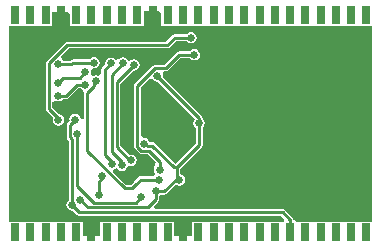
<source format=gbl>
G04*
G04 #@! TF.GenerationSoftware,Altium Limited,Altium Designer,20.0.2 (26)*
G04*
G04 Layer_Physical_Order=2*
G04 Layer_Color=16711680*
%FSLAX25Y25*%
%MOIN*%
G70*
G01*
G75*
%ADD13C,0.01000*%
%ADD37C,0.02559*%
%ADD38R,0.03150X0.05906*%
G36*
X50739Y73786D02*
Y70069D01*
X55089D01*
Y70069D01*
X55834D01*
Y70069D01*
X60183D01*
Y70069D01*
X60928D01*
Y70069D01*
X65278D01*
Y70069D01*
X66023D01*
Y70069D01*
X70372D01*
Y70069D01*
X71118D01*
Y70069D01*
X75467D01*
Y70069D01*
X76212D01*
Y70069D01*
X80562D01*
Y70069D01*
X81305D01*
Y70069D01*
X85655D01*
Y70069D01*
X86399D01*
Y70069D01*
X90749D01*
Y70069D01*
X91492D01*
Y70069D01*
X95842D01*
Y70069D01*
X96586D01*
Y70069D01*
X100936D01*
Y70069D01*
X101680D01*
Y70069D01*
X106029D01*
Y70069D01*
X106773D01*
Y70069D01*
X111123D01*
Y70069D01*
X111866D01*
Y70069D01*
X116216D01*
Y70069D01*
X116960D01*
Y70069D01*
X121050D01*
Y4734D01*
X116960D01*
Y4734D01*
X116215D01*
Y4734D01*
X111865D01*
Y4734D01*
X111121D01*
Y4734D01*
X106771D01*
Y4734D01*
X106026D01*
Y4734D01*
X101677D01*
Y4734D01*
X100932D01*
Y4734D01*
X96582D01*
Y4734D01*
X95837D01*
X95017Y5170D01*
X94784Y5408D01*
X94698Y5838D01*
X94455Y6201D01*
X94455Y6201D01*
X91993Y8664D01*
X91629Y8907D01*
X91200Y8992D01*
X91200Y8992D01*
X48685Y8992D01*
X48302Y9916D01*
X49793Y11407D01*
X49793Y11407D01*
X50036Y11771D01*
X50122Y12200D01*
X50122Y12200D01*
Y13339D01*
X50355Y13495D01*
X50511Y13728D01*
X51650D01*
X51650Y13728D01*
X52079Y13814D01*
X52443Y14057D01*
X55587Y17201D01*
X56067Y16881D01*
X56800Y16735D01*
X57533Y16881D01*
X58155Y17296D01*
X58570Y17918D01*
X58716Y18651D01*
X58570Y19385D01*
X58155Y20006D01*
X57533Y20422D01*
X56936Y20540D01*
Y22350D01*
X64143Y29557D01*
X64143Y29557D01*
X64386Y29921D01*
X64472Y30350D01*
X64472Y30350D01*
Y35939D01*
X64705Y36095D01*
X65121Y36717D01*
X65266Y37450D01*
X65121Y38183D01*
X64705Y38805D01*
X64472Y38961D01*
Y39250D01*
X64472Y39250D01*
X64386Y39679D01*
X64143Y40043D01*
X51212Y52975D01*
X51266Y53250D01*
X51147Y53849D01*
X51269Y54189D01*
X51745Y54849D01*
X52220D01*
X52220Y54849D01*
X52650Y54934D01*
X53013Y55177D01*
X57065Y59228D01*
X60239D01*
X60395Y58995D01*
X61017Y58579D01*
X61750Y58434D01*
X62483Y58579D01*
X63105Y58995D01*
X63520Y59617D01*
X63666Y60350D01*
X63520Y61083D01*
X63105Y61705D01*
X62483Y62120D01*
X61750Y62266D01*
X61017Y62120D01*
X60395Y61705D01*
X60239Y61472D01*
X56600D01*
X56600Y61472D01*
X56171Y61386D01*
X55807Y61143D01*
X51756Y57092D01*
X48705D01*
X48276Y57007D01*
X47912Y56763D01*
X47912Y56763D01*
X41962Y50813D01*
X41719Y50449D01*
X41633Y50020D01*
X41633Y50020D01*
Y31859D01*
X41599Y31686D01*
X41599Y31686D01*
Y29714D01*
X41599Y29714D01*
X41684Y29285D01*
X41927Y28921D01*
X43321Y27527D01*
X43321Y27527D01*
X43685Y27284D01*
X44114Y27199D01*
X46130D01*
X48818Y24511D01*
X48795Y23455D01*
X48379Y22833D01*
X48234Y22100D01*
X48379Y21367D01*
X48776Y20773D01*
X48707Y20590D01*
X48302Y19872D01*
X43865D01*
X43865Y19872D01*
X43436Y19786D01*
X43072Y19543D01*
X43072Y19543D01*
X41587Y18057D01*
X41486Y17907D01*
X40521Y16942D01*
X38979D01*
X34727Y21194D01*
X34961Y22129D01*
X35895Y22486D01*
X36265Y22158D01*
X36887Y21742D01*
X37620Y21596D01*
X38353Y21742D01*
X38975Y22158D01*
X39390Y22779D01*
X39917Y23380D01*
X40650Y23234D01*
X41383Y23380D01*
X42005Y23795D01*
X42421Y24417D01*
X42566Y25150D01*
X42421Y25883D01*
X42005Y26505D01*
X41383Y26921D01*
X40650Y27066D01*
X40161Y26969D01*
X37022Y30108D01*
Y50685D01*
X41374Y55038D01*
X41650Y54984D01*
X42383Y55129D01*
X43005Y55545D01*
X43420Y56167D01*
X43566Y56900D01*
X43420Y57633D01*
X43005Y58255D01*
X42383Y58671D01*
X41650Y58816D01*
X40917Y58671D01*
X40714Y58535D01*
X40103Y58372D01*
X39441Y58777D01*
X39355Y58905D01*
X38733Y59320D01*
X38000Y59466D01*
X37267Y59320D01*
X36645Y58905D01*
X36555Y58771D01*
X35379Y58744D01*
X35305Y58855D01*
X34683Y59271D01*
X33950Y59416D01*
X33217Y59271D01*
X32595Y58855D01*
X32179Y58233D01*
X32034Y57500D01*
X32088Y57225D01*
X31057Y56193D01*
X30814Y55829D01*
X30728Y55400D01*
X30728Y55400D01*
Y53858D01*
X29733Y53320D01*
X29000Y53466D01*
X28267Y53320D01*
X27951Y53110D01*
X27299Y53658D01*
X27190Y53804D01*
X27327Y54490D01*
X27222Y55015D01*
X27673Y55606D01*
X27972Y55839D01*
X28250Y55784D01*
X28983Y55929D01*
X29605Y56345D01*
X30020Y56967D01*
X30166Y57700D01*
X30020Y58433D01*
X29605Y59055D01*
X28983Y59470D01*
X28250Y59616D01*
X27517Y59470D01*
X26895Y59055D01*
X26739Y58822D01*
X21300D01*
X21300Y58822D01*
X20871Y58736D01*
X20507Y58493D01*
X20507Y58493D01*
X20335Y58322D01*
X17961D01*
X17805Y58555D01*
X17536Y58735D01*
X17279Y59893D01*
X19865Y62478D01*
X52750D01*
X52750Y62478D01*
X53179Y62564D01*
X53543Y62807D01*
X55665Y64928D01*
X59139D01*
X59295Y64695D01*
X59917Y64280D01*
X60650Y64134D01*
X61383Y64280D01*
X62005Y64695D01*
X62420Y65317D01*
X62566Y66050D01*
X62420Y66783D01*
X62005Y67405D01*
X61383Y67821D01*
X60650Y67966D01*
X59917Y67821D01*
X59295Y67405D01*
X59139Y67172D01*
X55200D01*
X54771Y67086D01*
X54407Y66843D01*
X54407Y66843D01*
X52285Y64722D01*
X19400D01*
X18971Y64636D01*
X18607Y64393D01*
X18607Y64393D01*
X12557Y58343D01*
X12314Y57979D01*
X12228Y57550D01*
X12228Y57550D01*
Y42250D01*
X12228Y42250D01*
X12314Y41821D01*
X12557Y41457D01*
X14680Y39334D01*
X14680Y39333D01*
X14534Y38600D01*
X14680Y37867D01*
X15095Y37245D01*
X15717Y36830D01*
X16450Y36684D01*
X17183Y36830D01*
X17805Y37245D01*
X18221Y37867D01*
X18366Y38600D01*
X18221Y39333D01*
X17805Y39955D01*
X17183Y40371D01*
X16724Y40462D01*
X14471Y42715D01*
Y44615D01*
X15472Y45093D01*
X15717Y44930D01*
X16450Y44784D01*
X17183Y44930D01*
X17805Y45345D01*
X17961Y45578D01*
X18900D01*
X18900Y45578D01*
X19329Y45664D01*
X19693Y45907D01*
X22967Y49181D01*
X23970Y49122D01*
X24055Y48995D01*
X24677Y48579D01*
X24879Y47650D01*
Y39039D01*
X23878Y38941D01*
X23771Y39483D01*
X23355Y40105D01*
X22733Y40521D01*
X22000Y40666D01*
X21267Y40521D01*
X20645Y40105D01*
X20230Y39483D01*
X20084Y38750D01*
X20138Y38475D01*
X19551Y37887D01*
X19308Y37523D01*
X19222Y37094D01*
X19222Y37094D01*
Y32814D01*
X19222Y32814D01*
X19308Y32385D01*
X19551Y32021D01*
X19929Y31644D01*
Y11811D01*
X19695Y11655D01*
X19279Y11033D01*
X19134Y10300D01*
X19279Y9567D01*
X19695Y8945D01*
X20317Y8529D01*
X21050Y8384D01*
X21230Y8420D01*
X22572Y7077D01*
X22572Y7077D01*
X22936Y6834D01*
X23365Y6749D01*
X23365Y6749D01*
X90735Y6749D01*
X91751Y5734D01*
X91487Y4734D01*
X90742D01*
Y4734D01*
X86393D01*
Y4734D01*
X85648D01*
Y4734D01*
X81298D01*
Y4734D01*
X80553D01*
Y4734D01*
X76204D01*
Y4734D01*
X75459D01*
Y4734D01*
X71109D01*
Y4734D01*
X70364D01*
Y4734D01*
X66015D01*
Y4734D01*
X65270D01*
Y4734D01*
X60920D01*
Y214D01*
X60887Y50D01*
X55113D01*
X55080Y214D01*
Y4734D01*
X50731D01*
Y4734D01*
X49986D01*
Y4734D01*
X45636D01*
Y4734D01*
X44891D01*
Y4734D01*
X40542D01*
Y4734D01*
X39798D01*
Y4734D01*
X35448D01*
Y4734D01*
X34704D01*
Y4734D01*
X30355D01*
Y214D01*
X30322Y50D01*
X24550D01*
X24517Y214D01*
Y4734D01*
X20168D01*
Y4734D01*
X19424D01*
Y4734D01*
X15074D01*
Y4734D01*
X14330D01*
Y4734D01*
X9981D01*
Y4734D01*
X9237D01*
Y4734D01*
X4887D01*
Y4734D01*
X4143D01*
Y4734D01*
X0D01*
Y70069D01*
X4143D01*
Y70069D01*
X4888D01*
Y70069D01*
X9238D01*
Y70069D01*
X9983D01*
Y70069D01*
X14332D01*
Y74589D01*
X14366Y74756D01*
X19242Y74758D01*
X20172Y73772D01*
Y70069D01*
X24521D01*
Y70069D01*
X25266D01*
Y70069D01*
X29616D01*
Y70069D01*
X30361D01*
Y70069D01*
X34710D01*
Y70069D01*
X35456D01*
Y70069D01*
X39805D01*
Y70069D01*
X40550D01*
Y70069D01*
X44900D01*
Y74589D01*
X44935Y74769D01*
X49814Y74771D01*
X50739Y73786D01*
D02*
G37*
G36*
X47849Y52114D02*
X47995Y51895D01*
X48617Y51480D01*
X49350Y51334D01*
X49625Y51388D01*
X62014Y39000D01*
X61995Y38805D01*
X61580Y38183D01*
X61434Y37450D01*
X61580Y36717D01*
X61995Y36095D01*
X62228Y35939D01*
Y30815D01*
X55400Y23986D01*
X48509Y30878D01*
X48145Y31121D01*
X47715Y31206D01*
X46870Y31433D01*
X46455Y32055D01*
X45833Y32471D01*
X45100Y32616D01*
X44877Y32572D01*
X43877Y33254D01*
Y49556D01*
X46671Y52350D01*
X47849Y52114D01*
D02*
G37*
D13*
X23365Y7870D02*
X91200Y7870D01*
X93662Y0D02*
Y5408D01*
X91200Y7870D02*
X93662Y5408D01*
X20993Y10243D02*
X23365Y7870D01*
X116100Y32900D02*
X118900D01*
X22750Y16700D02*
Y33800D01*
X42197Y11071D02*
X44000Y12873D01*
X55814Y19014D02*
Y22814D01*
X56502Y18949D02*
X56800Y18651D01*
X55879Y18949D02*
X56502D01*
X55814Y19014D02*
X55879Y18949D01*
X42380Y17264D02*
X43865Y18750D01*
X50050D01*
X49000Y14850D02*
X51650D01*
X55814Y19014D01*
X49000Y12200D02*
Y14850D01*
X46270Y9471D02*
X49000Y12200D01*
X6400Y16700D02*
Y17850D01*
Y16700D02*
X15350Y7750D01*
X19686D01*
X40000Y18200D02*
Y18900D01*
X26000Y28335D02*
X38514Y15821D01*
X40986D01*
X42380Y17214D02*
Y17264D01*
X40986Y15821D02*
X42380Y17214D01*
X40000Y18900D02*
X45600Y24500D01*
X34150Y28050D02*
X37620Y24580D01*
Y23513D02*
Y24580D01*
X42755Y31720D02*
Y50020D01*
X48705Y55971D02*
X52220D01*
X42755Y50020D02*
X48705Y55971D01*
X38850Y37750D02*
Y50550D01*
X6500Y56900D02*
Y62850D01*
Y44700D02*
Y51150D01*
X6400Y24550D02*
X6500Y38600D01*
X6400Y17950D02*
Y24550D01*
X47200Y58900D02*
X51300D01*
X38850Y50550D02*
X47200Y58900D01*
X34150Y53700D02*
X38000Y57550D01*
X34150Y28050D02*
Y53700D01*
X35900Y51150D02*
X41650Y56900D01*
X35900Y29644D02*
Y51150D01*
X54986Y22814D02*
X55814D01*
X26379Y9471D02*
X46270D01*
X16450Y38600D02*
Y39150D01*
X13350Y42250D02*
X16450Y39150D01*
X28275Y50825D02*
X29000Y51550D01*
X28275Y49850D02*
Y50825D01*
X26396Y47971D02*
X28275Y49850D01*
X61065Y69000D02*
X61665Y68400D01*
X48800Y69000D02*
X61065D01*
X47819Y69981D02*
X48800Y69000D01*
X47819Y69981D02*
Y72244D01*
X46950Y73114D02*
X47819Y72244D01*
X46950Y68800D02*
Y73114D01*
X12450Y68800D02*
X46950D01*
X6500Y62850D02*
X12450Y68800D01*
X38850Y34500D02*
Y37750D01*
Y31250D02*
Y34500D01*
X50150Y22100D02*
Y24765D01*
X46595Y28321D02*
X50150Y24765D01*
Y22100D02*
X50500Y21750D01*
X38850Y31250D02*
X45600Y24500D01*
X35900Y29644D02*
X40450Y25094D01*
X31850Y55400D02*
X33950Y57500D01*
X31850Y26904D02*
Y55400D01*
Y26904D02*
X34254Y24500D01*
X40506Y25150D02*
X40650D01*
X40450Y25094D02*
X40506Y25150D01*
X37620Y23330D02*
Y23513D01*
X30900Y19050D02*
Y20000D01*
X30000Y13450D02*
Y18150D01*
X28379Y11071D02*
X42197D01*
X22750Y16700D02*
X28379Y11071D01*
X34250Y24100D02*
Y24296D01*
X34150Y24396D02*
X34250Y24296D01*
X34150Y24396D02*
X34254Y24500D01*
X44114Y28321D02*
X46595D01*
X42720Y29714D02*
X44114Y28321D01*
X45100Y30700D02*
X45500D01*
X46115Y30085D01*
X47715D02*
X54986Y22814D01*
X46115Y30085D02*
X47715D01*
X26000Y28335D02*
Y47650D01*
X27436Y5500D02*
X58000D01*
Y0D02*
Y5500D01*
X27436Y0D02*
Y5500D01*
X21936D02*
X27436D01*
X19686Y7750D02*
X21936Y5500D01*
X30000Y18150D02*
X30900Y19050D01*
X23750Y12100D02*
X26379Y9471D01*
X63350Y37450D02*
Y39250D01*
X49350Y53250D02*
X63350Y39250D01*
X21300Y57700D02*
X28250D01*
X20800Y57200D02*
X21300Y57700D01*
X16450Y57200D02*
X20800D01*
X23650Y52729D02*
X25410Y54490D01*
X26320Y47971D02*
X26396D01*
X26000Y47650D02*
X26320Y47971D01*
X87550Y68400D02*
X96200Y59750D01*
X96278Y52300D02*
X115678Y32900D01*
X96200Y52300D02*
X96278D01*
X96200D02*
Y59750D01*
X63464Y68400D02*
X87550D01*
X115678Y32900D02*
X116100D01*
X47819Y72244D02*
Y74803D01*
X42720Y31686D02*
X42755Y31720D01*
X42720Y29714D02*
Y31686D01*
X64050Y64786D02*
Y67814D01*
X62935Y63670D02*
X64050Y64786D01*
X56071Y63670D02*
X62935D01*
X51300Y58900D02*
X56071Y63670D01*
X61665Y68400D02*
X63464D01*
X64050Y67814D01*
X52220Y55971D02*
X56600Y60350D01*
X61750D01*
X55200Y66050D02*
X60650D01*
X52750Y63600D02*
X55200Y66050D01*
X19400Y63600D02*
X52750D01*
X13350Y57550D02*
X19400Y63600D01*
X55814Y22814D02*
X63350Y30350D01*
X18102Y52729D02*
X23650D01*
X16450Y51077D02*
X18102Y52729D01*
X18900Y46700D02*
X22550Y50350D01*
X25200D01*
X13350Y42250D02*
Y57550D01*
X17000Y46700D02*
X18900D01*
X63350Y30350D02*
Y37450D01*
X21050Y10300D02*
Y32108D01*
X20344Y32814D02*
X21050Y32108D01*
X20344Y32814D02*
Y37094D01*
X22000Y38750D01*
X21050Y10300D02*
X21214D01*
D37*
X41600Y53250D02*
D03*
X44000Y12873D02*
D03*
X56800Y18651D02*
D03*
X50050Y18750D02*
D03*
X49000Y14850D02*
D03*
X40000Y18200D02*
D03*
X118900Y32900D02*
D03*
X41650Y56900D02*
D03*
X38000Y57550D02*
D03*
X16450Y38600D02*
D03*
X50150Y22100D02*
D03*
X38750Y40850D02*
D03*
X38850Y34500D02*
D03*
X45600Y24500D02*
D03*
X40650Y25150D02*
D03*
X30900Y20000D02*
D03*
X30000Y13450D02*
D03*
X34250Y24100D02*
D03*
X37620Y23513D02*
D03*
X45100Y30700D02*
D03*
X23750Y12100D02*
D03*
X28250Y57700D02*
D03*
X25410Y54490D02*
D03*
X29000Y51550D02*
D03*
X6400Y24550D02*
D03*
X116100Y32900D02*
D03*
X6600Y44700D02*
D03*
X6450Y51150D02*
D03*
X6400Y56900D02*
D03*
X6450Y31350D02*
D03*
X6600Y38600D02*
D03*
X38850Y37750D02*
D03*
X49350Y53250D02*
D03*
X61750Y60350D02*
D03*
X60650Y66050D02*
D03*
X25410Y50350D02*
D03*
X16450Y51077D02*
D03*
Y57200D02*
D03*
Y46700D02*
D03*
X22000Y38750D02*
D03*
X22724Y33800D02*
D03*
X21050Y10300D02*
D03*
X63350Y37450D02*
D03*
X33950Y57500D02*
D03*
D38*
X119135Y73622D02*
D03*
X114041D02*
D03*
X83480D02*
D03*
X88574D02*
D03*
X93667D02*
D03*
X98761D02*
D03*
X103854D02*
D03*
X108948D02*
D03*
X78387D02*
D03*
X73292D02*
D03*
X68198D02*
D03*
X37630D02*
D03*
X42725D02*
D03*
X47819D02*
D03*
X52914D02*
D03*
X58008D02*
D03*
X63103D02*
D03*
X32536D02*
D03*
X17252D02*
D03*
X27441D02*
D03*
X22346D02*
D03*
X7063D02*
D03*
X12157D02*
D03*
X1969D02*
D03*
Y1181D02*
D03*
X7062D02*
D03*
X37623D02*
D03*
X32530D02*
D03*
X27436D02*
D03*
X22343D02*
D03*
X17249D02*
D03*
X12156D02*
D03*
X42717D02*
D03*
X47811D02*
D03*
X52906D02*
D03*
X83473D02*
D03*
X78378D02*
D03*
X73284D02*
D03*
X68189D02*
D03*
X63095D02*
D03*
X58000D02*
D03*
X88568D02*
D03*
X103851D02*
D03*
X93662D02*
D03*
X98757D02*
D03*
X114040D02*
D03*
X108946D02*
D03*
X119135D02*
D03*
M02*

</source>
